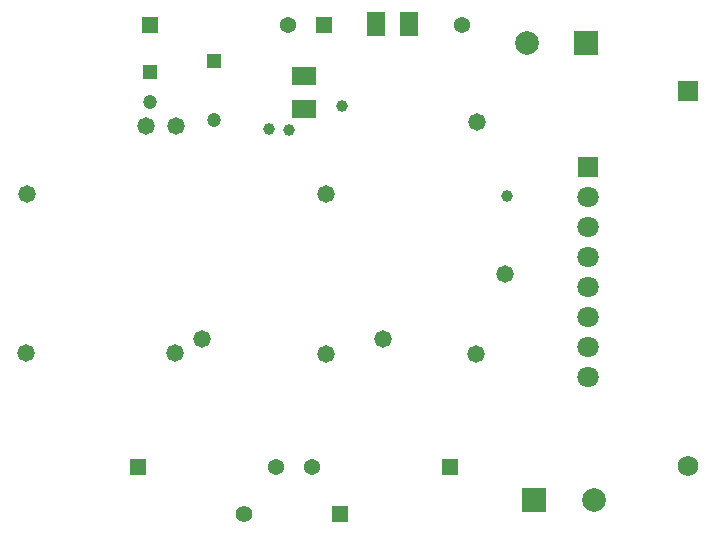
<source format=gbs>
G04*
G04 #@! TF.GenerationSoftware,Altium Limited,Altium Designer,23.1.1 (15)*
G04*
G04 Layer_Color=16711935*
%FSLAX25Y25*%
%MOIN*%
G70*
G04*
G04 #@! TF.SameCoordinates,D35DB840-2654-421D-A1CD-60E11C52D8AA*
G04*
G04*
G04 #@! TF.FilePolarity,Negative*
G04*
G01*
G75*
%ADD20R,0.04724X0.04724*%
%ADD21C,0.04724*%
%ADD22C,0.07119*%
%ADD23R,0.07119X0.07119*%
%ADD24C,0.07887*%
%ADD25R,0.07887X0.07887*%
%ADD26R,0.05400X0.05400*%
%ADD27C,0.06800*%
%ADD28R,0.06800X0.06800*%
%ADD29C,0.05400*%
%ADD30R,0.05524X0.05524*%
%ADD31C,0.05524*%
%ADD32C,0.05800*%
%ADD33C,0.03950*%
%ADD46R,0.06115X0.07887*%
%ADD47R,0.07887X0.06115*%
D20*
X196000Y368342D02*
D03*
X174803Y364764D02*
D03*
D21*
X196000Y348657D02*
D03*
X174803Y354921D02*
D03*
D22*
X320500Y313000D02*
D03*
Y323000D02*
D03*
Y303000D02*
D03*
Y273000D02*
D03*
Y283000D02*
D03*
Y263000D02*
D03*
Y293000D02*
D03*
D23*
Y333000D02*
D03*
D24*
X300315Y374500D02*
D03*
X322500Y222000D02*
D03*
D25*
X302815D02*
D03*
X320000Y374500D02*
D03*
D26*
X274500Y233000D02*
D03*
X174500Y380500D02*
D03*
X232500D02*
D03*
X170500Y233000D02*
D03*
D27*
X354000Y233500D02*
D03*
D28*
Y358500D02*
D03*
D29*
X216500Y233000D02*
D03*
X228500D02*
D03*
X220500Y380500D02*
D03*
X278500D02*
D03*
D30*
X238142Y217500D02*
D03*
D31*
X205858D02*
D03*
D32*
X283171Y270841D02*
D03*
X133245Y271033D02*
D03*
X173228Y346850D02*
D03*
X233256Y324201D02*
D03*
X252362Y275984D02*
D03*
X192126D02*
D03*
X183465Y346850D02*
D03*
X293000Y297500D02*
D03*
X283500Y348000D02*
D03*
X133500Y324000D02*
D03*
X183000Y271000D02*
D03*
X233256Y270756D02*
D03*
D33*
X214173Y345669D02*
D03*
X221000Y345500D02*
D03*
X293500Y323500D02*
D03*
X238500Y353500D02*
D03*
D46*
X261024Y380709D02*
D03*
X250000D02*
D03*
D47*
X225984Y352362D02*
D03*
Y363386D02*
D03*
M02*

</source>
